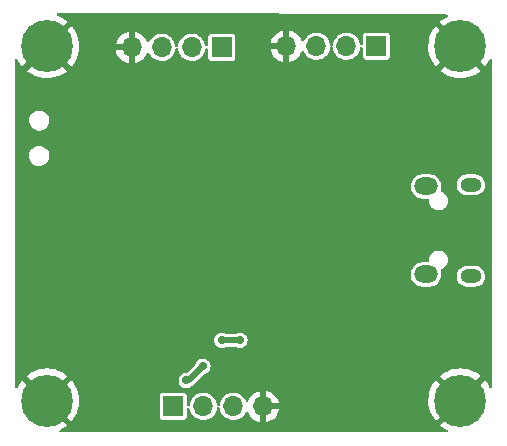
<source format=gbr>
%TF.GenerationSoftware,KiCad,Pcbnew,(6.0.5)*%
%TF.CreationDate,2023-02-15T13:04:29-08:00*%
%TF.ProjectId,STM32tut,53544d33-3274-4757-942e-6b696361645f,rev?*%
%TF.SameCoordinates,Original*%
%TF.FileFunction,Copper,L2,Bot*%
%TF.FilePolarity,Positive*%
%FSLAX46Y46*%
G04 Gerber Fmt 4.6, Leading zero omitted, Abs format (unit mm)*
G04 Created by KiCad (PCBNEW (6.0.5)) date 2023-02-15 13:04:29*
%MOMM*%
%LPD*%
G01*
G04 APERTURE LIST*
%TA.AperFunction,ComponentPad*%
%ADD10R,1.700000X1.700000*%
%TD*%
%TA.AperFunction,ComponentPad*%
%ADD11O,1.700000X1.700000*%
%TD*%
%TA.AperFunction,ComponentPad*%
%ADD12C,4.400000*%
%TD*%
%TA.AperFunction,ComponentPad*%
%ADD13O,1.800000X1.150000*%
%TD*%
%TA.AperFunction,ComponentPad*%
%ADD14O,2.000000X1.450000*%
%TD*%
%TA.AperFunction,ViaPad*%
%ADD15C,0.700000*%
%TD*%
%TA.AperFunction,Conductor*%
%ADD16C,0.500000*%
%TD*%
G04 APERTURE END LIST*
D10*
%TO.P,J1,1,Pin_1*%
%TO.N,+3V3*%
X134800000Y-65100000D03*
D11*
%TO.P,J1,2,Pin_2*%
%TO.N,/UART1_TX*%
X132260000Y-65100000D03*
%TO.P,J1,3,Pin_3*%
%TO.N,/UART1_RX*%
X129720000Y-65100000D03*
%TO.P,J1,4,Pin_4*%
%TO.N,GND*%
X127180000Y-65100000D03*
%TD*%
D12*
%TO.P,H4,1,1*%
%TO.N,GND*%
X155000000Y-95000000D03*
%TD*%
D10*
%TO.P,J2,1,Pin_1*%
%TO.N,+3V3*%
X130700000Y-95500000D03*
D11*
%TO.P,J2,2,Pin_2*%
%TO.N,/I2C2_SCL*%
X133240000Y-95500000D03*
%TO.P,J2,3,Pin_3*%
%TO.N,/I2C2_SDA*%
X135780000Y-95500000D03*
%TO.P,J2,4,Pin_4*%
%TO.N,GND*%
X138320000Y-95500000D03*
%TD*%
D10*
%TO.P,J3,1,Pin_1*%
%TO.N,+3V3*%
X147900000Y-65000000D03*
D11*
%TO.P,J3,2,Pin_2*%
%TO.N,/SWDIO*%
X145360000Y-65000000D03*
%TO.P,J3,3,Pin_3*%
%TO.N,/SWCLK*%
X142820000Y-65000000D03*
%TO.P,J3,4,Pin_4*%
%TO.N,GND*%
X140280000Y-65000000D03*
%TD*%
D12*
%TO.P,H1,1,1*%
%TO.N,GND*%
X155000000Y-65000000D03*
%TD*%
%TO.P,H2,1,1*%
%TO.N,GND*%
X120000000Y-65000000D03*
%TD*%
D13*
%TO.P,J4,6,Shield*%
%TO.N,unconnected-(J4-Pad6)*%
X155895000Y-76725000D03*
D14*
X152095000Y-76875000D03*
X152095000Y-84325000D03*
D13*
X155895000Y-84475000D03*
%TD*%
D12*
%TO.P,H3,1,1*%
%TO.N,GND*%
X120000000Y-95000000D03*
%TD*%
D15*
%TO.N,GND*%
X150200000Y-79300000D03*
X141600000Y-79900000D03*
X122800000Y-70500000D03*
X121900000Y-78700000D03*
X119300000Y-85400000D03*
%TO.N,+3V3*%
X131800000Y-93300000D03*
X133200000Y-92100000D03*
X134800000Y-89900000D03*
X136337000Y-89900000D03*
%TO.N,GND*%
X145400000Y-95500000D03*
X145600000Y-83800000D03*
X145600000Y-84700000D03*
X151000000Y-88800000D03*
X147300000Y-88500000D03*
X146200000Y-88500000D03*
X124000000Y-79000000D03*
X125200000Y-82800000D03*
X132500000Y-79200000D03*
X124700000Y-88900000D03*
X123400000Y-85700000D03*
X131700000Y-83400000D03*
X136700000Y-84800000D03*
X132100000Y-87900000D03*
X128100000Y-76100000D03*
%TD*%
D16*
%TO.N,+3V3*%
X132000000Y-93300000D02*
X131800000Y-93300000D01*
X133200000Y-92100000D02*
X132000000Y-93300000D01*
X136337000Y-89900000D02*
X134800000Y-89900000D01*
%TD*%
%TA.AperFunction,Conductor*%
%TO.N,GND*%
G36*
X125666622Y-62216691D02*
G01*
X153820156Y-62297130D01*
X153888218Y-62317326D01*
X153934558Y-62371114D01*
X153944461Y-62441417D01*
X153914783Y-62505913D01*
X153870743Y-62538369D01*
X153759176Y-62587693D01*
X153752445Y-62591167D01*
X153478355Y-62754233D01*
X153472091Y-62758490D01*
X153286385Y-62901762D01*
X153277917Y-62913423D01*
X153284520Y-62925309D01*
X155000000Y-64640790D01*
X157073287Y-66714076D01*
X157086407Y-66721240D01*
X157096710Y-66713850D01*
X157200751Y-66586055D01*
X157205164Y-66579914D01*
X157375349Y-66310187D01*
X157379005Y-66303536D01*
X157459633Y-66133350D01*
X157506874Y-66080352D01*
X157575269Y-66061308D01*
X157643102Y-66082265D01*
X157688837Y-66136568D01*
X157699500Y-66187296D01*
X157699500Y-93812661D01*
X157679498Y-93880782D01*
X157625842Y-93927275D01*
X157555568Y-93937379D01*
X157490988Y-93907885D01*
X157458528Y-93864211D01*
X157405781Y-93746570D01*
X157402264Y-93739843D01*
X157237771Y-93466621D01*
X157233481Y-93460377D01*
X157097991Y-93286647D01*
X157086199Y-93278178D01*
X157074486Y-93284725D01*
X155000000Y-95359210D01*
X153285816Y-97073395D01*
X153278703Y-97086422D01*
X153286229Y-97096855D01*
X153425483Y-97209020D01*
X153431657Y-97213408D01*
X153702271Y-97382178D01*
X153708931Y-97385794D01*
X153866317Y-97459352D01*
X153919561Y-97506315D01*
X153938962Y-97574610D01*
X153918361Y-97642552D01*
X153864298Y-97688570D01*
X153812967Y-97699500D01*
X121189441Y-97699500D01*
X121121320Y-97679498D01*
X121074827Y-97625842D01*
X121064723Y-97555568D01*
X121094217Y-97490988D01*
X121139703Y-97457732D01*
X121215496Y-97425169D01*
X121222263Y-97421765D01*
X121498042Y-97261580D01*
X121504349Y-97257390D01*
X121714305Y-97098889D01*
X121722761Y-97087496D01*
X121716045Y-97075256D01*
X119641921Y-95001131D01*
X120364408Y-95001131D01*
X120364539Y-95002966D01*
X120368790Y-95009580D01*
X122073285Y-96714074D01*
X122086408Y-96721240D01*
X122096709Y-96713851D01*
X122200751Y-96586055D01*
X122205164Y-96579914D01*
X122322059Y-96394646D01*
X129549500Y-96394646D01*
X129552618Y-96420846D01*
X129598061Y-96523153D01*
X129606294Y-96531372D01*
X129606295Y-96531373D01*
X129632363Y-96557395D01*
X129677287Y-96602241D01*
X129687924Y-96606944D01*
X129687926Y-96606945D01*
X129725382Y-96623504D01*
X129779673Y-96647506D01*
X129805354Y-96650500D01*
X131594646Y-96650500D01*
X131598350Y-96650059D01*
X131598353Y-96650059D01*
X131605746Y-96649179D01*
X131620846Y-96647382D01*
X131723153Y-96601939D01*
X131739010Y-96586055D01*
X131794023Y-96530945D01*
X131802241Y-96522713D01*
X131807922Y-96509865D01*
X131833265Y-96452538D01*
X131847506Y-96420327D01*
X131850500Y-96394646D01*
X131850500Y-95710673D01*
X131870502Y-95642552D01*
X131924158Y-95596059D01*
X131994432Y-95585955D01*
X132059012Y-95615449D01*
X132097396Y-95675175D01*
X132098658Y-95680784D01*
X132098796Y-95680749D01*
X132150845Y-95885690D01*
X132153262Y-95890933D01*
X132210612Y-96015335D01*
X132239369Y-96077714D01*
X132361405Y-96250391D01*
X132365539Y-96254418D01*
X132505727Y-96390983D01*
X132512865Y-96397937D01*
X132517661Y-96401142D01*
X132517664Y-96401144D01*
X132620216Y-96469667D01*
X132688677Y-96515411D01*
X132693985Y-96517692D01*
X132693986Y-96517692D01*
X132877650Y-96596600D01*
X132877653Y-96596601D01*
X132882953Y-96598878D01*
X132888582Y-96600152D01*
X132888583Y-96600152D01*
X133083550Y-96644269D01*
X133083553Y-96644269D01*
X133089186Y-96645544D01*
X133094957Y-96645771D01*
X133094959Y-96645771D01*
X133156989Y-96648208D01*
X133300470Y-96653846D01*
X133306179Y-96653018D01*
X133306183Y-96653018D01*
X133504015Y-96624333D01*
X133504019Y-96624332D01*
X133509730Y-96623504D01*
X133596579Y-96594023D01*
X133704483Y-96557395D01*
X133704488Y-96557393D01*
X133709955Y-96555537D01*
X133714998Y-96552713D01*
X133889395Y-96455046D01*
X133889399Y-96455043D01*
X133894442Y-96452219D01*
X134057012Y-96317012D01*
X134192219Y-96154442D01*
X134195043Y-96149399D01*
X134195046Y-96149395D01*
X134292713Y-95974998D01*
X134292714Y-95974996D01*
X134295537Y-95969955D01*
X134297393Y-95964488D01*
X134297395Y-95964483D01*
X134361647Y-95775200D01*
X134363504Y-95769730D01*
X134364333Y-95764015D01*
X134385090Y-95620860D01*
X134414660Y-95556315D01*
X134474432Y-95518003D01*
X134545429Y-95518087D01*
X134605109Y-95556542D01*
X134634525Y-95621158D01*
X134635515Y-95630695D01*
X134638796Y-95680749D01*
X134640217Y-95686345D01*
X134640218Y-95686350D01*
X134674736Y-95822262D01*
X134690845Y-95885690D01*
X134693262Y-95890933D01*
X134750612Y-96015335D01*
X134779369Y-96077714D01*
X134901405Y-96250391D01*
X134905539Y-96254418D01*
X135045727Y-96390983D01*
X135052865Y-96397937D01*
X135057661Y-96401142D01*
X135057664Y-96401144D01*
X135160216Y-96469667D01*
X135228677Y-96515411D01*
X135233985Y-96517692D01*
X135233986Y-96517692D01*
X135417650Y-96596600D01*
X135417653Y-96596601D01*
X135422953Y-96598878D01*
X135428582Y-96600152D01*
X135428583Y-96600152D01*
X135623550Y-96644269D01*
X135623553Y-96644269D01*
X135629186Y-96645544D01*
X135634957Y-96645771D01*
X135634959Y-96645771D01*
X135696989Y-96648208D01*
X135840470Y-96653846D01*
X135846179Y-96653018D01*
X135846183Y-96653018D01*
X136044015Y-96624333D01*
X136044019Y-96624332D01*
X136049730Y-96623504D01*
X136136579Y-96594023D01*
X136244483Y-96557395D01*
X136244488Y-96557393D01*
X136249955Y-96555537D01*
X136254998Y-96552713D01*
X136429395Y-96455046D01*
X136429399Y-96455043D01*
X136434442Y-96452219D01*
X136597012Y-96317012D01*
X136732219Y-96154442D01*
X136828931Y-95981751D01*
X136879667Y-95932091D01*
X136949198Y-95917744D01*
X137015449Y-95943265D01*
X137055607Y-95995915D01*
X137101770Y-96109603D01*
X137106413Y-96118794D01*
X137217694Y-96300388D01*
X137223777Y-96308699D01*
X137363213Y-96469667D01*
X137370580Y-96476883D01*
X137534434Y-96612916D01*
X137542881Y-96618831D01*
X137726756Y-96726279D01*
X137736042Y-96730729D01*
X137935001Y-96806703D01*
X137944899Y-96809579D01*
X138048250Y-96830606D01*
X138062299Y-96829410D01*
X138066000Y-96819065D01*
X138066000Y-96818517D01*
X138574000Y-96818517D01*
X138578064Y-96832359D01*
X138591478Y-96834393D01*
X138598184Y-96833534D01*
X138608262Y-96831392D01*
X138812255Y-96770191D01*
X138821842Y-96766433D01*
X139013095Y-96672739D01*
X139021945Y-96667464D01*
X139195328Y-96543792D01*
X139203200Y-96537139D01*
X139354052Y-96386812D01*
X139360730Y-96378965D01*
X139485003Y-96206020D01*
X139490313Y-96197183D01*
X139584670Y-96006267D01*
X139588469Y-95996672D01*
X139650377Y-95792910D01*
X139652555Y-95782837D01*
X139653986Y-95771962D01*
X139651775Y-95757778D01*
X139638617Y-95754000D01*
X138592115Y-95754000D01*
X138576876Y-95758475D01*
X138575671Y-95759865D01*
X138574000Y-95767548D01*
X138574000Y-96818517D01*
X138066000Y-96818517D01*
X138066000Y-95227885D01*
X138574000Y-95227885D01*
X138578475Y-95243124D01*
X138579865Y-95244329D01*
X138587548Y-95246000D01*
X139638344Y-95246000D01*
X139651875Y-95242027D01*
X139653180Y-95232947D01*
X139611214Y-95065875D01*
X139607894Y-95056124D01*
X139572787Y-94975383D01*
X152287388Y-94975383D01*
X152303245Y-95293914D01*
X152304076Y-95301443D01*
X152358085Y-95615759D01*
X152359818Y-95623146D01*
X152451196Y-95928695D01*
X152453799Y-95935808D01*
X152581227Y-96228173D01*
X152584669Y-96234929D01*
X152746296Y-96509865D01*
X152750519Y-96516150D01*
X152901463Y-96713934D01*
X152912989Y-96722396D01*
X152925054Y-96715735D01*
X154627980Y-95012810D01*
X154635592Y-94998869D01*
X154635461Y-94997034D01*
X154631210Y-94990420D01*
X152926445Y-93285656D01*
X152913510Y-93278592D01*
X152902949Y-93286252D01*
X152782766Y-93437072D01*
X152778410Y-93443270D01*
X152611059Y-93714764D01*
X152607479Y-93721440D01*
X152473956Y-94011074D01*
X152471206Y-94018125D01*
X152373444Y-94321708D01*
X152371561Y-94329041D01*
X152310979Y-94642170D01*
X152309992Y-94649670D01*
X152287467Y-94967802D01*
X152287388Y-94975383D01*
X139572787Y-94975383D01*
X139522972Y-94860814D01*
X139518105Y-94851739D01*
X139402426Y-94672926D01*
X139396136Y-94664757D01*
X139252806Y-94507240D01*
X139245273Y-94500215D01*
X139078139Y-94368222D01*
X139069552Y-94362517D01*
X138883117Y-94259599D01*
X138873705Y-94255369D01*
X138672959Y-94184280D01*
X138662988Y-94181646D01*
X138591837Y-94168972D01*
X138578540Y-94170432D01*
X138574000Y-94184989D01*
X138574000Y-95227885D01*
X138066000Y-95227885D01*
X138066000Y-94183102D01*
X138062082Y-94169758D01*
X138047806Y-94167771D01*
X138009324Y-94173660D01*
X137999288Y-94176051D01*
X137796868Y-94242212D01*
X137787359Y-94246209D01*
X137598463Y-94344542D01*
X137589738Y-94350036D01*
X137419433Y-94477905D01*
X137411726Y-94484748D01*
X137264590Y-94638717D01*
X137258104Y-94646727D01*
X137138098Y-94822649D01*
X137133000Y-94831623D01*
X137050033Y-95010360D01*
X137003209Y-95063727D01*
X136934965Y-95083308D01*
X136866970Y-95062884D01*
X136822739Y-95013038D01*
X136767721Y-94901473D01*
X136767719Y-94901469D01*
X136765165Y-94896290D01*
X136638651Y-94726867D01*
X136511236Y-94609086D01*
X136487622Y-94587257D01*
X136487620Y-94587255D01*
X136483381Y-94583337D01*
X136351641Y-94500215D01*
X136309434Y-94473584D01*
X136309433Y-94473584D01*
X136304554Y-94470505D01*
X136108160Y-94392152D01*
X136102503Y-94391027D01*
X136102497Y-94391025D01*
X135906442Y-94352028D01*
X135906440Y-94352028D01*
X135900775Y-94350901D01*
X135895000Y-94350825D01*
X135894996Y-94350825D01*
X135788976Y-94349437D01*
X135689346Y-94348133D01*
X135683649Y-94349112D01*
X135683648Y-94349112D01*
X135486650Y-94382962D01*
X135486649Y-94382962D01*
X135480953Y-94383941D01*
X135282575Y-94457127D01*
X135277614Y-94460079D01*
X135277613Y-94460079D01*
X135231553Y-94487482D01*
X135100856Y-94565238D01*
X134941881Y-94704655D01*
X134810976Y-94870708D01*
X134808287Y-94875819D01*
X134808285Y-94875822D01*
X134791814Y-94907129D01*
X134712523Y-95057836D01*
X134649820Y-95259773D01*
X134649141Y-95265510D01*
X134635088Y-95384239D01*
X134607217Y-95449537D01*
X134548469Y-95489401D01*
X134477494Y-95491174D01*
X134416828Y-95454295D01*
X134385730Y-95390471D01*
X134384490Y-95380958D01*
X134381230Y-95345470D01*
X134376081Y-95289440D01*
X134363359Y-95244329D01*
X134320255Y-95091496D01*
X134318686Y-95085931D01*
X134308796Y-95065875D01*
X134227719Y-94901469D01*
X134225165Y-94896290D01*
X134098651Y-94726867D01*
X133971236Y-94609086D01*
X133947622Y-94587257D01*
X133947620Y-94587255D01*
X133943381Y-94583337D01*
X133811641Y-94500215D01*
X133769434Y-94473584D01*
X133769433Y-94473584D01*
X133764554Y-94470505D01*
X133568160Y-94392152D01*
X133562503Y-94391027D01*
X133562497Y-94391025D01*
X133366442Y-94352028D01*
X133366440Y-94352028D01*
X133360775Y-94350901D01*
X133355000Y-94350825D01*
X133354996Y-94350825D01*
X133248976Y-94349437D01*
X133149346Y-94348133D01*
X133143649Y-94349112D01*
X133143648Y-94349112D01*
X132946650Y-94382962D01*
X132946649Y-94382962D01*
X132940953Y-94383941D01*
X132742575Y-94457127D01*
X132737614Y-94460079D01*
X132737613Y-94460079D01*
X132691553Y-94487482D01*
X132560856Y-94565238D01*
X132401881Y-94704655D01*
X132270976Y-94870708D01*
X132268287Y-94875819D01*
X132268285Y-94875822D01*
X132251814Y-94907129D01*
X132172523Y-95057836D01*
X132109820Y-95259773D01*
X132109141Y-95265510D01*
X132101627Y-95328995D01*
X132073756Y-95394292D01*
X132015008Y-95434156D01*
X131944034Y-95435930D01*
X131883367Y-95399051D01*
X131852269Y-95335227D01*
X131850500Y-95314185D01*
X131850500Y-94605354D01*
X131847382Y-94579154D01*
X131801939Y-94476847D01*
X131793444Y-94468366D01*
X131730945Y-94405977D01*
X131722713Y-94397759D01*
X131712076Y-94393056D01*
X131712074Y-94393055D01*
X131642998Y-94362517D01*
X131620327Y-94352494D01*
X131594646Y-94349500D01*
X129805354Y-94349500D01*
X129801650Y-94349941D01*
X129801647Y-94349941D01*
X129794254Y-94350821D01*
X129779154Y-94352618D01*
X129770514Y-94356456D01*
X129770513Y-94356456D01*
X129704131Y-94385942D01*
X129676847Y-94398061D01*
X129597759Y-94477287D01*
X129593056Y-94487924D01*
X129593055Y-94487926D01*
X129566735Y-94547462D01*
X129552494Y-94579673D01*
X129549500Y-94605354D01*
X129549500Y-96394646D01*
X122322059Y-96394646D01*
X122375349Y-96310187D01*
X122379005Y-96303536D01*
X122515544Y-96015335D01*
X122518375Y-96008295D01*
X122619306Y-95705767D01*
X122621270Y-95698433D01*
X122685122Y-95385989D01*
X122686194Y-95378465D01*
X122712173Y-95059051D01*
X122712378Y-95054576D01*
X122712927Y-95002221D01*
X122712817Y-94997789D01*
X122693529Y-94677853D01*
X122692621Y-94670351D01*
X122635319Y-94356593D01*
X122633518Y-94349260D01*
X122538935Y-94044655D01*
X122536263Y-94037583D01*
X122405781Y-93746570D01*
X122402264Y-93739843D01*
X122237771Y-93466621D01*
X122233481Y-93460377D01*
X122103053Y-93293138D01*
X131144758Y-93293138D01*
X131162035Y-93449633D01*
X131216143Y-93597490D01*
X131303958Y-93728172D01*
X131420410Y-93834135D01*
X131427085Y-93837759D01*
X131552099Y-93905637D01*
X131552101Y-93905638D01*
X131558776Y-93909262D01*
X131566125Y-93911190D01*
X131703719Y-93947287D01*
X131703721Y-93947287D01*
X131711069Y-93949215D01*
X131794380Y-93950524D01*
X131860898Y-93951569D01*
X131860901Y-93951569D01*
X131868495Y-93951688D01*
X132021968Y-93916538D01*
X132130248Y-93862079D01*
X132155840Y-93849208D01*
X132155843Y-93849206D01*
X132162625Y-93845795D01*
X132168400Y-93840862D01*
X132168404Y-93840860D01*
X132176493Y-93833952D01*
X132199843Y-93820056D01*
X132199135Y-93818769D01*
X132237268Y-93797805D01*
X132247913Y-93792589D01*
X132287855Y-93775305D01*
X132299541Y-93765842D01*
X132318126Y-93753354D01*
X132325518Y-93749290D01*
X132331308Y-93746107D01*
X132339422Y-93739103D01*
X132363958Y-93714567D01*
X132373759Y-93705742D01*
X132398392Y-93685794D01*
X132398393Y-93685793D01*
X132405070Y-93680386D01*
X132410043Y-93673388D01*
X132410048Y-93673383D01*
X132415968Y-93665052D01*
X132429579Y-93648946D01*
X133165102Y-92913423D01*
X153277917Y-92913423D01*
X153284520Y-92925309D01*
X154987190Y-94627980D01*
X155001131Y-94635592D01*
X155002966Y-94635461D01*
X155009580Y-94631210D01*
X156714559Y-92926230D01*
X156721571Y-92913389D01*
X156713777Y-92902701D01*
X156551298Y-92774613D01*
X156545075Y-92770288D01*
X156272702Y-92604357D01*
X156266025Y-92600822D01*
X155975686Y-92468813D01*
X155968616Y-92466099D01*
X155664537Y-92369932D01*
X155657186Y-92368085D01*
X155343746Y-92309142D01*
X155336237Y-92308194D01*
X155017989Y-92287335D01*
X155010424Y-92287295D01*
X154691964Y-92304821D01*
X154684450Y-92305690D01*
X154370405Y-92361348D01*
X154363044Y-92363115D01*
X154057980Y-92456092D01*
X154050860Y-92458740D01*
X153759182Y-92587690D01*
X153752445Y-92591167D01*
X153478355Y-92754233D01*
X153472091Y-92758490D01*
X153286385Y-92901762D01*
X153277917Y-92913423D01*
X133165102Y-92913423D01*
X133318535Y-92759990D01*
X133379499Y-92726265D01*
X133385763Y-92724830D01*
X133421968Y-92716538D01*
X133562625Y-92645795D01*
X133615282Y-92600822D01*
X133676574Y-92548474D01*
X133676576Y-92548471D01*
X133682348Y-92543542D01*
X133774224Y-92415683D01*
X133832950Y-92269598D01*
X133855134Y-92113723D01*
X133855278Y-92100000D01*
X133836363Y-91943694D01*
X133780710Y-91796412D01*
X133691531Y-91666657D01*
X133644971Y-91625174D01*
X133579648Y-91566972D01*
X133579645Y-91566970D01*
X133573976Y-91561919D01*
X133434831Y-91488245D01*
X133418122Y-91484048D01*
X133289498Y-91451740D01*
X133289496Y-91451740D01*
X133282128Y-91449889D01*
X133274530Y-91449849D01*
X133274528Y-91449849D01*
X133207319Y-91449497D01*
X133124684Y-91449065D01*
X133117305Y-91450837D01*
X133117301Y-91450837D01*
X132978967Y-91484048D01*
X132978963Y-91484049D01*
X132971588Y-91485820D01*
X132831679Y-91558032D01*
X132825957Y-91563024D01*
X132825955Y-91563025D01*
X132718759Y-91656538D01*
X132718756Y-91656541D01*
X132713034Y-91661533D01*
X132622501Y-91790348D01*
X132565309Y-91937039D01*
X132563792Y-91936448D01*
X132535596Y-91985879D01*
X131908820Y-92612656D01*
X131846507Y-92646681D01*
X131819066Y-92649559D01*
X131724684Y-92649065D01*
X131717305Y-92650837D01*
X131717301Y-92650837D01*
X131578967Y-92684048D01*
X131578963Y-92684049D01*
X131571588Y-92685820D01*
X131431679Y-92758032D01*
X131425957Y-92763024D01*
X131425955Y-92763025D01*
X131318759Y-92856538D01*
X131318756Y-92856541D01*
X131313034Y-92861533D01*
X131222501Y-92990348D01*
X131165309Y-93137039D01*
X131164318Y-93144568D01*
X131145866Y-93284725D01*
X131144758Y-93293138D01*
X122103053Y-93293138D01*
X122097991Y-93286647D01*
X122086199Y-93278178D01*
X122074486Y-93284725D01*
X120372020Y-94987190D01*
X120364408Y-95001131D01*
X119641921Y-95001131D01*
X119640790Y-95000000D01*
X117926443Y-93285654D01*
X117913511Y-93278592D01*
X117902948Y-93286253D01*
X117782766Y-93437072D01*
X117778410Y-93443270D01*
X117611059Y-93714764D01*
X117607479Y-93721440D01*
X117542644Y-93862079D01*
X117495960Y-93915568D01*
X117427769Y-93935327D01*
X117359720Y-93915082D01*
X117313418Y-93861261D01*
X117302218Y-93809335D01*
X117302165Y-92913423D01*
X118277917Y-92913423D01*
X118284520Y-92925309D01*
X119987190Y-94627980D01*
X120001131Y-94635592D01*
X120002966Y-94635461D01*
X120009580Y-94631210D01*
X121714559Y-92926230D01*
X121721571Y-92913389D01*
X121713777Y-92902701D01*
X121551298Y-92774613D01*
X121545075Y-92770288D01*
X121272702Y-92604357D01*
X121266025Y-92600822D01*
X120975686Y-92468813D01*
X120968616Y-92466099D01*
X120664537Y-92369932D01*
X120657186Y-92368085D01*
X120343746Y-92309142D01*
X120336237Y-92308194D01*
X120017989Y-92287335D01*
X120010424Y-92287295D01*
X119691964Y-92304821D01*
X119684450Y-92305690D01*
X119370405Y-92361348D01*
X119363044Y-92363115D01*
X119057980Y-92456092D01*
X119050860Y-92458740D01*
X118759182Y-92587690D01*
X118752445Y-92591167D01*
X118478355Y-92754233D01*
X118472091Y-92758490D01*
X118286385Y-92901762D01*
X118277917Y-92913423D01*
X117302165Y-92913423D01*
X117301986Y-89893138D01*
X134144758Y-89893138D01*
X134162035Y-90049633D01*
X134216143Y-90197490D01*
X134220380Y-90203796D01*
X134220382Y-90203799D01*
X134260709Y-90263811D01*
X134303958Y-90328172D01*
X134420410Y-90434135D01*
X134478672Y-90465769D01*
X134552099Y-90505637D01*
X134552101Y-90505638D01*
X134558776Y-90509262D01*
X134566125Y-90511190D01*
X134703719Y-90547287D01*
X134703721Y-90547287D01*
X134711069Y-90549215D01*
X134794380Y-90550524D01*
X134860898Y-90551569D01*
X134860901Y-90551569D01*
X134868495Y-90551688D01*
X135021968Y-90516538D01*
X135126558Y-90463935D01*
X135183171Y-90450500D01*
X135955550Y-90450500D01*
X136015672Y-90465769D01*
X136089099Y-90505637D01*
X136089101Y-90505638D01*
X136095776Y-90509262D01*
X136103125Y-90511190D01*
X136240719Y-90547287D01*
X136240721Y-90547287D01*
X136248069Y-90549215D01*
X136331380Y-90550524D01*
X136397898Y-90551569D01*
X136397901Y-90551569D01*
X136405495Y-90551688D01*
X136558968Y-90516538D01*
X136699625Y-90445795D01*
X136725869Y-90423381D01*
X136813574Y-90348474D01*
X136813576Y-90348471D01*
X136819348Y-90343542D01*
X136911224Y-90215683D01*
X136969950Y-90069598D01*
X136992134Y-89913723D01*
X136992278Y-89900000D01*
X136973363Y-89743694D01*
X136917710Y-89596412D01*
X136828531Y-89466657D01*
X136781971Y-89425174D01*
X136716648Y-89366972D01*
X136716645Y-89366970D01*
X136710976Y-89361919D01*
X136571831Y-89288245D01*
X136555122Y-89284048D01*
X136426498Y-89251740D01*
X136426496Y-89251740D01*
X136419128Y-89249889D01*
X136411530Y-89249849D01*
X136411528Y-89249849D01*
X136344319Y-89249497D01*
X136261684Y-89249065D01*
X136254305Y-89250837D01*
X136254301Y-89250837D01*
X136115967Y-89284048D01*
X136115963Y-89284049D01*
X136108588Y-89285820D01*
X136101843Y-89289301D01*
X136101844Y-89289301D01*
X136012400Y-89335466D01*
X135954610Y-89349500D01*
X135181819Y-89349500D01*
X135122860Y-89334854D01*
X135041544Y-89291799D01*
X135041541Y-89291798D01*
X135034831Y-89288245D01*
X135018122Y-89284048D01*
X134889498Y-89251740D01*
X134889496Y-89251740D01*
X134882128Y-89249889D01*
X134874530Y-89249849D01*
X134874528Y-89249849D01*
X134807319Y-89249497D01*
X134724684Y-89249065D01*
X134717305Y-89250837D01*
X134717301Y-89250837D01*
X134578967Y-89284048D01*
X134578963Y-89284049D01*
X134571588Y-89285820D01*
X134564843Y-89289301D01*
X134564844Y-89289301D01*
X134448210Y-89349500D01*
X134431679Y-89358032D01*
X134425957Y-89363024D01*
X134425955Y-89363025D01*
X134318759Y-89456538D01*
X134318756Y-89456541D01*
X134313034Y-89461533D01*
X134222501Y-89590348D01*
X134165309Y-89737039D01*
X134144758Y-89893138D01*
X117301986Y-89893138D01*
X117301655Y-84317806D01*
X150789563Y-84317806D01*
X150791055Y-84334199D01*
X150800016Y-84432661D01*
X150807790Y-84518089D01*
X150809528Y-84523995D01*
X150809529Y-84523999D01*
X150834543Y-84608988D01*
X150864572Y-84711018D01*
X150957746Y-84889243D01*
X151083763Y-85045976D01*
X151237823Y-85175248D01*
X151243215Y-85178212D01*
X151243219Y-85178215D01*
X151339543Y-85231169D01*
X151414058Y-85272134D01*
X151419925Y-85273995D01*
X151419927Y-85273996D01*
X151529259Y-85308678D01*
X151605755Y-85332944D01*
X151762268Y-85350500D01*
X152420606Y-85350500D01*
X152570151Y-85335837D01*
X152762679Y-85277710D01*
X152855630Y-85228287D01*
X152934803Y-85186190D01*
X152934805Y-85186189D01*
X152940249Y-85183294D01*
X152998135Y-85136083D01*
X153091324Y-85060081D01*
X153091327Y-85060078D01*
X153096099Y-85056186D01*
X153101269Y-85049937D01*
X153220363Y-84905977D01*
X153220365Y-84905974D01*
X153224292Y-84901227D01*
X153319945Y-84724320D01*
X153379415Y-84532203D01*
X153380899Y-84518089D01*
X153390595Y-84425840D01*
X154690711Y-84425840D01*
X154691068Y-84432656D01*
X154691068Y-84432661D01*
X154696594Y-84538090D01*
X154700667Y-84615801D01*
X154751181Y-84799193D01*
X154839898Y-84967460D01*
X154962678Y-85112751D01*
X154968102Y-85116898D01*
X154968103Y-85116899D01*
X155108372Y-85224143D01*
X155108376Y-85224146D01*
X155113793Y-85228287D01*
X155286193Y-85308678D01*
X155368721Y-85327125D01*
X155466790Y-85349047D01*
X155466796Y-85349048D01*
X155471834Y-85350174D01*
X155477665Y-85350500D01*
X156267517Y-85350500D01*
X156409109Y-85335118D01*
X156589396Y-85274445D01*
X156752447Y-85176474D01*
X156890658Y-85045775D01*
X156940335Y-84972677D01*
X156993744Y-84894088D01*
X156993745Y-84894086D01*
X156997578Y-84888446D01*
X157030862Y-84805232D01*
X157065685Y-84718168D01*
X157065686Y-84718166D01*
X157068221Y-84711827D01*
X157096983Y-84538090D01*
X157098174Y-84530897D01*
X157098174Y-84530894D01*
X157099289Y-84524160D01*
X157098650Y-84511950D01*
X157089690Y-84341012D01*
X157089333Y-84334199D01*
X157038819Y-84150807D01*
X156950102Y-83982540D01*
X156827322Y-83837249D01*
X156816274Y-83828802D01*
X156681628Y-83725857D01*
X156681624Y-83725854D01*
X156676207Y-83721713D01*
X156503807Y-83641322D01*
X156421279Y-83622875D01*
X156323210Y-83600953D01*
X156323204Y-83600952D01*
X156318166Y-83599826D01*
X156312335Y-83599500D01*
X155522483Y-83599500D01*
X155380891Y-83614882D01*
X155200604Y-83675555D01*
X155037553Y-83773526D01*
X154964654Y-83842463D01*
X154919095Y-83885546D01*
X154899342Y-83904225D01*
X154895507Y-83909868D01*
X154846120Y-83982540D01*
X154792422Y-84061554D01*
X154789890Y-84067883D01*
X154789889Y-84067886D01*
X154756723Y-84150807D01*
X154721779Y-84238173D01*
X154690711Y-84425840D01*
X153390595Y-84425840D01*
X153399793Y-84338322D01*
X153399793Y-84338321D01*
X153400437Y-84332194D01*
X153382210Y-84131911D01*
X153376324Y-84111910D01*
X153344859Y-84005002D01*
X153344814Y-83934005D01*
X153383160Y-83874255D01*
X153424295Y-83850436D01*
X153447190Y-83842463D01*
X153493073Y-83826485D01*
X153645375Y-83731316D01*
X153737499Y-83639833D01*
X153767810Y-83609733D01*
X153767813Y-83609729D01*
X153772807Y-83604770D01*
X153869037Y-83453136D01*
X153898459Y-83370509D01*
X153926919Y-83290586D01*
X153926920Y-83290581D01*
X153929281Y-83283951D01*
X153930114Y-83276965D01*
X153930115Y-83276961D01*
X153949711Y-83112617D01*
X153950545Y-83105624D01*
X153931773Y-82927017D01*
X153873897Y-82757007D01*
X153779794Y-82604045D01*
X153774868Y-82599014D01*
X153774865Y-82599011D01*
X153714024Y-82536883D01*
X153654141Y-82475732D01*
X153637413Y-82464951D01*
X153509109Y-82382265D01*
X153503183Y-82378446D01*
X153496563Y-82376037D01*
X153496560Y-82376035D01*
X153341039Y-82319430D01*
X153341036Y-82319429D01*
X153334422Y-82317022D01*
X153277692Y-82309856D01*
X153199645Y-82299996D01*
X153199642Y-82299996D01*
X153195717Y-82299500D01*
X153099845Y-82299500D01*
X152966528Y-82314454D01*
X152959875Y-82316771D01*
X152959874Y-82316771D01*
X152891549Y-82340564D01*
X152796927Y-82373515D01*
X152790953Y-82377248D01*
X152790951Y-82377249D01*
X152782924Y-82382265D01*
X152644625Y-82468684D01*
X152580635Y-82532229D01*
X152522190Y-82590267D01*
X152522187Y-82590271D01*
X152517193Y-82595230D01*
X152420963Y-82746864D01*
X152418598Y-82753506D01*
X152363081Y-82909414D01*
X152363080Y-82909419D01*
X152360719Y-82916049D01*
X152359886Y-82923035D01*
X152359885Y-82923039D01*
X152344648Y-83050823D01*
X152339455Y-83094376D01*
X152340191Y-83101379D01*
X152346387Y-83160329D01*
X152333615Y-83230168D01*
X152285113Y-83282015D01*
X152221077Y-83299500D01*
X151769394Y-83299500D01*
X151619849Y-83314163D01*
X151427321Y-83372290D01*
X151421880Y-83375183D01*
X151255197Y-83463810D01*
X151255195Y-83463811D01*
X151249751Y-83466706D01*
X151244972Y-83470604D01*
X151098676Y-83589919D01*
X151098673Y-83589922D01*
X151093901Y-83593814D01*
X151089974Y-83598561D01*
X151089972Y-83598563D01*
X150969637Y-83744023D01*
X150969635Y-83744026D01*
X150965708Y-83748773D01*
X150870055Y-83925680D01*
X150854069Y-83977323D01*
X150829742Y-84055912D01*
X150810585Y-84117797D01*
X150809941Y-84123922D01*
X150809941Y-84123923D01*
X150808456Y-84138050D01*
X150789563Y-84317806D01*
X117301655Y-84317806D01*
X117301212Y-76867806D01*
X150789563Y-76867806D01*
X150807790Y-77068089D01*
X150809528Y-77073995D01*
X150809529Y-77073999D01*
X150844654Y-77193341D01*
X150864572Y-77261018D01*
X150882743Y-77295775D01*
X150952908Y-77429988D01*
X150957746Y-77439243D01*
X151083763Y-77595976D01*
X151237823Y-77725248D01*
X151243215Y-77728212D01*
X151243219Y-77728215D01*
X151284678Y-77751007D01*
X151414058Y-77822134D01*
X151419925Y-77823995D01*
X151419927Y-77823996D01*
X151599885Y-77881082D01*
X151605755Y-77882944D01*
X151762268Y-77900500D01*
X152220656Y-77900500D01*
X152288777Y-77920502D01*
X152335270Y-77974158D01*
X152345770Y-78041418D01*
X152339455Y-78094376D01*
X152358227Y-78272983D01*
X152416103Y-78442993D01*
X152510206Y-78595955D01*
X152515132Y-78600986D01*
X152515135Y-78600989D01*
X152518838Y-78604770D01*
X152635859Y-78724268D01*
X152641784Y-78728087D01*
X152641786Y-78728088D01*
X152780891Y-78817735D01*
X152786817Y-78821554D01*
X152793437Y-78823963D01*
X152793440Y-78823965D01*
X152948961Y-78880570D01*
X152948964Y-78880571D01*
X152955578Y-78882978D01*
X152982121Y-78886331D01*
X153090355Y-78900004D01*
X153090358Y-78900004D01*
X153094283Y-78900500D01*
X153190155Y-78900500D01*
X153323472Y-78885546D01*
X153330847Y-78882978D01*
X153398451Y-78859436D01*
X153493073Y-78826485D01*
X153500965Y-78821554D01*
X153639401Y-78735049D01*
X153645375Y-78731316D01*
X153709365Y-78667771D01*
X153767810Y-78609733D01*
X153767813Y-78609729D01*
X153772807Y-78604770D01*
X153869037Y-78453136D01*
X153879643Y-78423352D01*
X153926919Y-78290586D01*
X153926920Y-78290581D01*
X153929281Y-78283951D01*
X153930114Y-78276965D01*
X153930115Y-78276961D01*
X153949711Y-78112617D01*
X153950545Y-78105624D01*
X153931773Y-77927017D01*
X153916769Y-77882944D01*
X153876168Y-77763677D01*
X153876167Y-77763674D01*
X153873897Y-77757007D01*
X153779794Y-77604045D01*
X153774868Y-77599014D01*
X153774865Y-77599011D01*
X153659465Y-77481169D01*
X153654141Y-77475732D01*
X153597522Y-77439243D01*
X153509109Y-77382265D01*
X153503183Y-77378446D01*
X153422280Y-77349000D01*
X153365111Y-77306907D01*
X153339773Y-77240586D01*
X153345012Y-77193341D01*
X153377593Y-77088090D01*
X153377594Y-77088087D01*
X153379415Y-77082203D01*
X153380899Y-77068089D01*
X153399793Y-76888322D01*
X153399793Y-76888321D01*
X153400437Y-76882194D01*
X153390605Y-76774160D01*
X153382769Y-76688050D01*
X153382768Y-76688047D01*
X153382210Y-76681911D01*
X153380424Y-76675840D01*
X154690711Y-76675840D01*
X154691068Y-76682656D01*
X154691068Y-76682661D01*
X154695864Y-76774160D01*
X154700667Y-76865801D01*
X154751181Y-77049193D01*
X154839898Y-77217460D01*
X154962678Y-77362751D01*
X154968102Y-77366898D01*
X154968103Y-77366899D01*
X155108372Y-77474143D01*
X155108376Y-77474146D01*
X155113793Y-77478287D01*
X155286193Y-77558678D01*
X155368721Y-77577125D01*
X155466790Y-77599047D01*
X155466796Y-77599048D01*
X155471834Y-77600174D01*
X155477665Y-77600500D01*
X156267517Y-77600500D01*
X156272700Y-77599937D01*
X156309161Y-77595976D01*
X156409109Y-77585118D01*
X156589396Y-77524445D01*
X156752447Y-77426474D01*
X156890658Y-77295775D01*
X156914279Y-77261018D01*
X156993744Y-77144088D01*
X156993745Y-77144086D01*
X156997578Y-77138446D01*
X157028175Y-77061950D01*
X157065685Y-76968168D01*
X157065686Y-76968166D01*
X157068221Y-76961827D01*
X157099289Y-76774160D01*
X157094494Y-76682661D01*
X157089690Y-76591012D01*
X157089333Y-76584199D01*
X157038819Y-76400807D01*
X156950102Y-76232540D01*
X156827322Y-76087249D01*
X156821897Y-76083101D01*
X156681628Y-75975857D01*
X156681624Y-75975854D01*
X156676207Y-75971713D01*
X156503807Y-75891322D01*
X156403578Y-75868918D01*
X156323210Y-75850953D01*
X156323204Y-75850952D01*
X156318166Y-75849826D01*
X156312335Y-75849500D01*
X155522483Y-75849500D01*
X155380891Y-75864882D01*
X155200604Y-75925555D01*
X155037553Y-76023526D01*
X154899342Y-76154225D01*
X154895507Y-76159868D01*
X154846120Y-76232540D01*
X154792422Y-76311554D01*
X154789890Y-76317883D01*
X154789889Y-76317886D01*
X154756723Y-76400807D01*
X154721779Y-76488173D01*
X154720664Y-76494911D01*
X154692043Y-76667797D01*
X154690711Y-76675840D01*
X153380424Y-76675840D01*
X153327167Y-76494891D01*
X153325428Y-76488982D01*
X153232254Y-76310757D01*
X153106237Y-76154024D01*
X152952177Y-76024752D01*
X152946785Y-76021788D01*
X152946781Y-76021785D01*
X152781337Y-75930832D01*
X152781338Y-75930832D01*
X152775942Y-75927866D01*
X152770075Y-75926005D01*
X152770073Y-75926004D01*
X152590115Y-75868918D01*
X152590114Y-75868918D01*
X152584245Y-75867056D01*
X152427732Y-75849500D01*
X151769394Y-75849500D01*
X151619849Y-75864163D01*
X151427321Y-75922290D01*
X151421880Y-75925183D01*
X151255197Y-76013810D01*
X151255195Y-76013811D01*
X151249751Y-76016706D01*
X151191865Y-76063917D01*
X151098676Y-76139919D01*
X151098673Y-76139922D01*
X151093901Y-76143814D01*
X151089974Y-76148561D01*
X151089972Y-76148563D01*
X150969637Y-76294023D01*
X150969635Y-76294026D01*
X150965708Y-76298773D01*
X150870055Y-76475680D01*
X150810585Y-76667797D01*
X150809941Y-76673922D01*
X150809941Y-76673923D01*
X150790490Y-76858988D01*
X150789563Y-76867806D01*
X117301212Y-76867806D01*
X117301056Y-74252244D01*
X118490819Y-74252244D01*
X118491176Y-74259061D01*
X118491176Y-74259065D01*
X118499302Y-74414111D01*
X118500490Y-74436781D01*
X118502301Y-74443354D01*
X118502301Y-74443357D01*
X118527930Y-74536402D01*
X118549562Y-74614936D01*
X118635746Y-74778398D01*
X118755020Y-74919540D01*
X118760444Y-74923687D01*
X118760445Y-74923688D01*
X118896399Y-75027633D01*
X118896403Y-75027636D01*
X118901820Y-75031777D01*
X118908000Y-75034659D01*
X118908002Y-75034660D01*
X119063120Y-75106993D01*
X119063123Y-75106994D01*
X119069297Y-75109873D01*
X119075942Y-75111358D01*
X119075947Y-75111360D01*
X119184207Y-75135558D01*
X119249637Y-75150183D01*
X119255307Y-75150500D01*
X119391164Y-75150500D01*
X119528709Y-75135558D01*
X119703848Y-75076617D01*
X119862244Y-74981443D01*
X119923318Y-74923688D01*
X119991549Y-74859165D01*
X119991551Y-74859163D01*
X119996507Y-74854476D01*
X120100375Y-74701640D01*
X120132639Y-74620975D01*
X120166466Y-74536402D01*
X120166467Y-74536397D01*
X120169000Y-74530065D01*
X120199181Y-74347756D01*
X120193823Y-74245506D01*
X120189867Y-74170032D01*
X120189510Y-74163219D01*
X120163816Y-74069935D01*
X120142251Y-73991646D01*
X120140438Y-73985064D01*
X120054254Y-73821602D01*
X119934980Y-73680460D01*
X119929555Y-73676312D01*
X119793601Y-73572367D01*
X119793597Y-73572364D01*
X119788180Y-73568223D01*
X119782000Y-73565341D01*
X119781998Y-73565340D01*
X119626880Y-73493007D01*
X119626877Y-73493006D01*
X119620703Y-73490127D01*
X119614058Y-73488642D01*
X119614053Y-73488640D01*
X119474129Y-73457365D01*
X119440363Y-73449817D01*
X119434693Y-73449500D01*
X119298836Y-73449500D01*
X119161291Y-73464442D01*
X118986152Y-73523383D01*
X118827756Y-73618557D01*
X118822796Y-73623248D01*
X118822794Y-73623249D01*
X118762296Y-73680460D01*
X118693493Y-73745524D01*
X118589625Y-73898360D01*
X118587092Y-73904694D01*
X118587090Y-73904697D01*
X118523534Y-74063598D01*
X118523533Y-74063603D01*
X118521000Y-74069935D01*
X118490819Y-74252244D01*
X117301056Y-74252244D01*
X117300878Y-71252244D01*
X118490819Y-71252244D01*
X118491176Y-71259061D01*
X118491176Y-71259065D01*
X118499302Y-71414111D01*
X118500490Y-71436781D01*
X118502301Y-71443354D01*
X118502301Y-71443357D01*
X118527930Y-71536402D01*
X118549562Y-71614936D01*
X118635746Y-71778398D01*
X118755020Y-71919540D01*
X118760444Y-71923687D01*
X118760445Y-71923688D01*
X118896399Y-72027633D01*
X118896403Y-72027636D01*
X118901820Y-72031777D01*
X118908000Y-72034659D01*
X118908002Y-72034660D01*
X119063120Y-72106993D01*
X119063123Y-72106994D01*
X119069297Y-72109873D01*
X119075942Y-72111358D01*
X119075947Y-72111360D01*
X119184207Y-72135558D01*
X119249637Y-72150183D01*
X119255307Y-72150500D01*
X119391164Y-72150500D01*
X119528709Y-72135558D01*
X119703848Y-72076617D01*
X119862244Y-71981443D01*
X119923318Y-71923688D01*
X119991549Y-71859165D01*
X119991551Y-71859163D01*
X119996507Y-71854476D01*
X120100375Y-71701640D01*
X120132639Y-71620975D01*
X120166466Y-71536402D01*
X120166467Y-71536397D01*
X120169000Y-71530065D01*
X120199181Y-71347756D01*
X120193823Y-71245506D01*
X120189867Y-71170032D01*
X120189510Y-71163219D01*
X120163816Y-71069935D01*
X120142251Y-70991646D01*
X120140438Y-70985064D01*
X120054254Y-70821602D01*
X119934980Y-70680460D01*
X119929555Y-70676312D01*
X119793601Y-70572367D01*
X119793597Y-70572364D01*
X119788180Y-70568223D01*
X119782000Y-70565341D01*
X119781998Y-70565340D01*
X119626880Y-70493007D01*
X119626877Y-70493006D01*
X119620703Y-70490127D01*
X119614058Y-70488642D01*
X119614053Y-70488640D01*
X119474129Y-70457365D01*
X119440363Y-70449817D01*
X119434693Y-70449500D01*
X119298836Y-70449500D01*
X119161291Y-70464442D01*
X118986152Y-70523383D01*
X118827756Y-70618557D01*
X118822796Y-70623248D01*
X118822794Y-70623249D01*
X118762296Y-70680460D01*
X118693493Y-70745524D01*
X118589625Y-70898360D01*
X118587092Y-70904694D01*
X118587090Y-70904697D01*
X118523534Y-71063598D01*
X118523533Y-71063603D01*
X118521000Y-71069935D01*
X118490819Y-71252244D01*
X117300878Y-71252244D01*
X117300630Y-67086423D01*
X118278703Y-67086423D01*
X118286227Y-67096854D01*
X118425483Y-67209020D01*
X118431657Y-67213408D01*
X118702271Y-67382178D01*
X118708931Y-67385794D01*
X118997852Y-67520827D01*
X119004905Y-67523620D01*
X119307970Y-67622970D01*
X119315282Y-67624888D01*
X119628092Y-67687109D01*
X119635590Y-67688137D01*
X119953610Y-67712328D01*
X119961173Y-67712446D01*
X120279785Y-67698257D01*
X120287326Y-67697465D01*
X120601924Y-67645101D01*
X120609302Y-67643411D01*
X120915355Y-67553625D01*
X120922450Y-67551071D01*
X121215496Y-67425169D01*
X121222263Y-67421765D01*
X121498042Y-67261580D01*
X121504349Y-67257390D01*
X121714305Y-67098889D01*
X121722761Y-67087496D01*
X121722172Y-67086423D01*
X153278703Y-67086423D01*
X153286227Y-67096854D01*
X153425483Y-67209020D01*
X153431657Y-67213408D01*
X153702271Y-67382178D01*
X153708931Y-67385794D01*
X153997852Y-67520827D01*
X154004905Y-67523620D01*
X154307970Y-67622970D01*
X154315282Y-67624888D01*
X154628092Y-67687109D01*
X154635590Y-67688137D01*
X154953610Y-67712328D01*
X154961173Y-67712446D01*
X155279785Y-67698257D01*
X155287326Y-67697465D01*
X155601924Y-67645101D01*
X155609302Y-67643411D01*
X155915355Y-67553625D01*
X155922450Y-67551071D01*
X156215496Y-67425169D01*
X156222263Y-67421765D01*
X156498042Y-67261580D01*
X156504349Y-67257390D01*
X156714305Y-67098889D01*
X156722761Y-67087496D01*
X156716045Y-67075256D01*
X155012810Y-65372020D01*
X154998869Y-65364408D01*
X154997034Y-65364539D01*
X154990420Y-65368790D01*
X153285818Y-67073393D01*
X153278703Y-67086423D01*
X121722172Y-67086423D01*
X121716045Y-67075256D01*
X120012810Y-65372020D01*
X119998869Y-65364408D01*
X119997034Y-65364539D01*
X119990420Y-65368790D01*
X118285818Y-67073393D01*
X118278703Y-67086423D01*
X117300630Y-67086423D01*
X117300591Y-66433534D01*
X117300576Y-66188712D01*
X117320574Y-66120591D01*
X117374227Y-66074094D01*
X117444500Y-66063986D01*
X117509083Y-66093476D01*
X117542081Y-66138361D01*
X117581223Y-66228165D01*
X117584669Y-66234929D01*
X117746296Y-66509865D01*
X117750519Y-66516150D01*
X117901463Y-66713934D01*
X117912989Y-66722396D01*
X117925054Y-66715735D01*
X119639659Y-65001131D01*
X120364408Y-65001131D01*
X120364539Y-65002966D01*
X120368790Y-65009580D01*
X122073285Y-66714074D01*
X122086408Y-66721240D01*
X122096709Y-66713851D01*
X122200751Y-66586055D01*
X122205164Y-66579914D01*
X122375349Y-66310187D01*
X122379005Y-66303536D01*
X122515544Y-66015335D01*
X122518375Y-66008295D01*
X122619306Y-65705767D01*
X122621270Y-65698433D01*
X122685122Y-65385989D01*
X122686194Y-65378465D01*
X122687048Y-65367966D01*
X125848257Y-65367966D01*
X125878565Y-65502446D01*
X125881645Y-65512275D01*
X125961770Y-65709603D01*
X125966413Y-65718794D01*
X126077694Y-65900388D01*
X126083777Y-65908699D01*
X126223213Y-66069667D01*
X126230580Y-66076883D01*
X126394434Y-66212916D01*
X126402881Y-66218831D01*
X126586756Y-66326279D01*
X126596042Y-66330729D01*
X126795001Y-66406703D01*
X126804899Y-66409579D01*
X126908250Y-66430606D01*
X126922299Y-66429410D01*
X126926000Y-66419065D01*
X126926000Y-66418517D01*
X127434000Y-66418517D01*
X127438064Y-66432359D01*
X127451478Y-66434393D01*
X127458184Y-66433534D01*
X127468262Y-66431392D01*
X127672255Y-66370191D01*
X127681842Y-66366433D01*
X127873095Y-66272739D01*
X127881945Y-66267464D01*
X128055328Y-66143792D01*
X128063200Y-66137139D01*
X128214052Y-65986812D01*
X128220730Y-65978965D01*
X128345003Y-65806020D01*
X128350313Y-65797183D01*
X128444670Y-65606267D01*
X128448019Y-65597809D01*
X128491693Y-65541836D01*
X128558696Y-65518359D01*
X128627755Y-65534835D01*
X128679597Y-65591442D01*
X128694213Y-65623146D01*
X128719369Y-65677714D01*
X128841405Y-65850391D01*
X128886834Y-65894646D01*
X128985727Y-65990983D01*
X128992865Y-65997937D01*
X128997661Y-66001142D01*
X128997664Y-66001144D01*
X129135849Y-66093476D01*
X129168677Y-66115411D01*
X129173985Y-66117692D01*
X129173986Y-66117692D01*
X129357650Y-66196600D01*
X129357653Y-66196601D01*
X129362953Y-66198878D01*
X129368582Y-66200152D01*
X129368583Y-66200152D01*
X129563550Y-66244269D01*
X129563553Y-66244269D01*
X129569186Y-66245544D01*
X129574957Y-66245771D01*
X129574959Y-66245771D01*
X129636989Y-66248208D01*
X129780470Y-66253846D01*
X129786179Y-66253018D01*
X129786183Y-66253018D01*
X129984015Y-66224333D01*
X129984019Y-66224332D01*
X129989730Y-66223504D01*
X130076579Y-66194023D01*
X130184483Y-66157395D01*
X130184488Y-66157393D01*
X130189955Y-66155537D01*
X130194998Y-66152713D01*
X130369395Y-66055046D01*
X130369399Y-66055043D01*
X130374442Y-66052219D01*
X130537012Y-65917012D01*
X130672219Y-65754442D01*
X130675043Y-65749399D01*
X130675046Y-65749395D01*
X130772713Y-65574998D01*
X130772714Y-65574996D01*
X130775537Y-65569955D01*
X130777393Y-65564488D01*
X130777395Y-65564483D01*
X130832398Y-65402446D01*
X130843504Y-65369730D01*
X130845785Y-65354000D01*
X130865090Y-65220860D01*
X130894660Y-65156315D01*
X130954432Y-65118003D01*
X131025429Y-65118087D01*
X131085109Y-65156542D01*
X131114525Y-65221158D01*
X131115515Y-65230695D01*
X131118796Y-65280749D01*
X131120217Y-65286345D01*
X131120218Y-65286350D01*
X131169424Y-65480095D01*
X131170845Y-65485690D01*
X131173262Y-65490933D01*
X131215443Y-65582430D01*
X131259369Y-65677714D01*
X131381405Y-65850391D01*
X131426834Y-65894646D01*
X131525727Y-65990983D01*
X131532865Y-65997937D01*
X131537661Y-66001142D01*
X131537664Y-66001144D01*
X131675849Y-66093476D01*
X131708677Y-66115411D01*
X131713985Y-66117692D01*
X131713986Y-66117692D01*
X131897650Y-66196600D01*
X131897653Y-66196601D01*
X131902953Y-66198878D01*
X131908582Y-66200152D01*
X131908583Y-66200152D01*
X132103550Y-66244269D01*
X132103553Y-66244269D01*
X132109186Y-66245544D01*
X132114957Y-66245771D01*
X132114959Y-66245771D01*
X132176989Y-66248208D01*
X132320470Y-66253846D01*
X132326179Y-66253018D01*
X132326183Y-66253018D01*
X132524015Y-66224333D01*
X132524019Y-66224332D01*
X132529730Y-66223504D01*
X132616579Y-66194023D01*
X132724483Y-66157395D01*
X132724488Y-66157393D01*
X132729955Y-66155537D01*
X132734998Y-66152713D01*
X132909395Y-66055046D01*
X132909399Y-66055043D01*
X132914442Y-66052219D01*
X133077012Y-65917012D01*
X133212219Y-65754442D01*
X133215043Y-65749399D01*
X133215046Y-65749395D01*
X133312713Y-65574998D01*
X133312714Y-65574996D01*
X133315537Y-65569955D01*
X133317393Y-65564488D01*
X133317395Y-65564483D01*
X133372398Y-65402446D01*
X133383504Y-65369730D01*
X133398004Y-65269730D01*
X133398804Y-65264211D01*
X133428374Y-65199665D01*
X133488146Y-65161353D01*
X133559143Y-65161437D01*
X133618823Y-65199892D01*
X133648239Y-65264508D01*
X133649500Y-65282291D01*
X133649500Y-65994646D01*
X133652618Y-66020846D01*
X133656456Y-66029486D01*
X133656456Y-66029487D01*
X133687278Y-66098878D01*
X133698061Y-66123153D01*
X133706294Y-66131372D01*
X133706295Y-66131373D01*
X133732363Y-66157395D01*
X133777287Y-66202241D01*
X133787924Y-66206944D01*
X133787926Y-66206945D01*
X133825382Y-66223504D01*
X133879673Y-66247506D01*
X133905354Y-66250500D01*
X135694646Y-66250500D01*
X135698350Y-66250059D01*
X135698353Y-66250059D01*
X135705746Y-66249179D01*
X135720846Y-66247382D01*
X135758338Y-66230729D01*
X135812518Y-66206663D01*
X135823153Y-66201939D01*
X135837771Y-66187296D01*
X135879450Y-66145544D01*
X135902241Y-66122713D01*
X135911426Y-66101939D01*
X135933265Y-66052538D01*
X135947506Y-66020327D01*
X135950500Y-65994646D01*
X135950500Y-65267966D01*
X138948257Y-65267966D01*
X138978565Y-65402446D01*
X138981645Y-65412275D01*
X139061770Y-65609603D01*
X139066413Y-65618794D01*
X139177694Y-65800388D01*
X139183777Y-65808699D01*
X139323213Y-65969667D01*
X139330580Y-65976883D01*
X139494434Y-66112916D01*
X139502881Y-66118831D01*
X139686756Y-66226279D01*
X139696042Y-66230729D01*
X139895001Y-66306703D01*
X139904899Y-66309579D01*
X140008250Y-66330606D01*
X140022299Y-66329410D01*
X140026000Y-66319065D01*
X140026000Y-66318517D01*
X140534000Y-66318517D01*
X140538064Y-66332359D01*
X140551478Y-66334393D01*
X140558184Y-66333534D01*
X140568262Y-66331392D01*
X140772255Y-66270191D01*
X140781842Y-66266433D01*
X140973095Y-66172739D01*
X140981945Y-66167464D01*
X141155328Y-66043792D01*
X141163200Y-66037139D01*
X141314052Y-65886812D01*
X141320730Y-65878965D01*
X141445003Y-65706020D01*
X141450313Y-65697183D01*
X141544670Y-65506267D01*
X141548019Y-65497809D01*
X141591693Y-65441836D01*
X141658696Y-65418359D01*
X141727755Y-65434835D01*
X141779597Y-65491442D01*
X141802829Y-65541836D01*
X141819369Y-65577714D01*
X141941405Y-65750391D01*
X141989438Y-65797183D01*
X142085727Y-65890983D01*
X142092865Y-65897937D01*
X142097661Y-65901142D01*
X142097664Y-65901144D01*
X142200216Y-65969667D01*
X142268677Y-66015411D01*
X142273985Y-66017692D01*
X142273986Y-66017692D01*
X142457650Y-66096600D01*
X142457653Y-66096601D01*
X142462953Y-66098878D01*
X142468582Y-66100152D01*
X142468583Y-66100152D01*
X142663550Y-66144269D01*
X142663553Y-66144269D01*
X142669186Y-66145544D01*
X142674957Y-66145771D01*
X142674959Y-66145771D01*
X142736989Y-66148208D01*
X142880470Y-66153846D01*
X142886179Y-66153018D01*
X142886183Y-66153018D01*
X143084015Y-66124333D01*
X143084019Y-66124332D01*
X143089730Y-66123504D01*
X143176579Y-66094023D01*
X143284483Y-66057395D01*
X143284488Y-66057393D01*
X143289955Y-66055537D01*
X143302483Y-66048521D01*
X143469395Y-65955046D01*
X143469399Y-65955043D01*
X143474442Y-65952219D01*
X143637012Y-65817012D01*
X143772219Y-65654442D01*
X143775043Y-65649399D01*
X143775046Y-65649395D01*
X143872713Y-65474998D01*
X143872714Y-65474996D01*
X143875537Y-65469955D01*
X143877393Y-65464488D01*
X143877395Y-65464483D01*
X143939240Y-65282291D01*
X143943504Y-65269730D01*
X143950590Y-65220860D01*
X143965090Y-65120860D01*
X143994660Y-65056315D01*
X144054432Y-65018003D01*
X144125429Y-65018087D01*
X144185109Y-65056542D01*
X144214525Y-65121158D01*
X144215515Y-65130695D01*
X144218796Y-65180749D01*
X144220217Y-65186345D01*
X144220218Y-65186350D01*
X144249449Y-65301443D01*
X144270845Y-65385690D01*
X144273262Y-65390933D01*
X144319597Y-65491442D01*
X144359369Y-65577714D01*
X144481405Y-65750391D01*
X144529438Y-65797183D01*
X144625727Y-65890983D01*
X144632865Y-65897937D01*
X144637661Y-65901142D01*
X144637664Y-65901144D01*
X144740216Y-65969667D01*
X144808677Y-66015411D01*
X144813985Y-66017692D01*
X144813986Y-66017692D01*
X144997650Y-66096600D01*
X144997653Y-66096601D01*
X145002953Y-66098878D01*
X145008582Y-66100152D01*
X145008583Y-66100152D01*
X145203550Y-66144269D01*
X145203553Y-66144269D01*
X145209186Y-66145544D01*
X145214957Y-66145771D01*
X145214959Y-66145771D01*
X145276989Y-66148208D01*
X145420470Y-66153846D01*
X145426179Y-66153018D01*
X145426183Y-66153018D01*
X145624015Y-66124333D01*
X145624019Y-66124332D01*
X145629730Y-66123504D01*
X145716579Y-66094023D01*
X145824483Y-66057395D01*
X145824488Y-66057393D01*
X145829955Y-66055537D01*
X145842483Y-66048521D01*
X146009395Y-65955046D01*
X146009399Y-65955043D01*
X146014442Y-65952219D01*
X146177012Y-65817012D01*
X146312219Y-65654442D01*
X146315043Y-65649399D01*
X146315046Y-65649395D01*
X146412713Y-65474998D01*
X146412714Y-65474996D01*
X146415537Y-65469955D01*
X146417393Y-65464488D01*
X146417395Y-65464483D01*
X146479240Y-65282291D01*
X146483504Y-65269730D01*
X146498804Y-65164211D01*
X146528374Y-65099665D01*
X146588146Y-65061353D01*
X146659143Y-65061437D01*
X146718823Y-65099892D01*
X146748239Y-65164508D01*
X146749500Y-65182291D01*
X146749500Y-65894646D01*
X146752618Y-65920846D01*
X146756456Y-65929486D01*
X146756456Y-65929487D01*
X146792867Y-66011459D01*
X146798061Y-66023153D01*
X146806294Y-66031372D01*
X146806295Y-66031373D01*
X146832363Y-66057395D01*
X146877287Y-66102241D01*
X146887924Y-66106944D01*
X146887926Y-66106945D01*
X146923593Y-66122713D01*
X146979673Y-66147506D01*
X147005354Y-66150500D01*
X148794646Y-66150500D01*
X148798350Y-66150059D01*
X148798353Y-66150059D01*
X148805746Y-66149179D01*
X148820846Y-66147382D01*
X148841156Y-66138361D01*
X148912518Y-66106663D01*
X148923153Y-66101939D01*
X148931602Y-66093476D01*
X148994023Y-66030945D01*
X149002241Y-66022713D01*
X149007217Y-66011459D01*
X149033265Y-65952538D01*
X149047506Y-65920327D01*
X149050500Y-65894646D01*
X149050500Y-64975383D01*
X152287388Y-64975383D01*
X152303245Y-65293914D01*
X152304076Y-65301443D01*
X152358085Y-65615759D01*
X152359818Y-65623146D01*
X152451196Y-65928695D01*
X152453799Y-65935808D01*
X152581227Y-66228173D01*
X152584669Y-66234929D01*
X152746296Y-66509865D01*
X152750519Y-66516150D01*
X152901463Y-66713934D01*
X152912989Y-66722396D01*
X152925054Y-66715735D01*
X154627980Y-65012810D01*
X154635592Y-64998869D01*
X154635461Y-64997034D01*
X154631210Y-64990420D01*
X152926445Y-63285656D01*
X152913510Y-63278592D01*
X152902949Y-63286252D01*
X152782766Y-63437072D01*
X152778410Y-63443270D01*
X152611059Y-63714764D01*
X152607479Y-63721440D01*
X152473956Y-64011074D01*
X152471206Y-64018125D01*
X152373444Y-64321708D01*
X152371561Y-64329041D01*
X152310979Y-64642170D01*
X152309992Y-64649670D01*
X152287467Y-64967802D01*
X152287388Y-64975383D01*
X149050500Y-64975383D01*
X149050500Y-64105354D01*
X149049889Y-64100215D01*
X149048499Y-64088541D01*
X149047382Y-64079154D01*
X149001939Y-63976847D01*
X148993444Y-63968366D01*
X148930945Y-63905977D01*
X148922713Y-63897759D01*
X148912076Y-63893056D01*
X148912074Y-63893055D01*
X148836398Y-63859599D01*
X148820327Y-63852494D01*
X148794646Y-63849500D01*
X147005354Y-63849500D01*
X147001650Y-63849941D01*
X147001647Y-63849941D01*
X146994254Y-63850821D01*
X146979154Y-63852618D01*
X146970514Y-63856456D01*
X146970513Y-63856456D01*
X146904131Y-63885942D01*
X146876847Y-63898061D01*
X146797759Y-63977287D01*
X146793056Y-63987924D01*
X146793055Y-63987926D01*
X146766735Y-64047462D01*
X146752494Y-64079673D01*
X146749500Y-64105354D01*
X146749500Y-64799111D01*
X146729498Y-64867232D01*
X146675842Y-64913725D01*
X146605568Y-64923829D01*
X146540988Y-64894335D01*
X146502604Y-64834609D01*
X146498029Y-64810640D01*
X146496610Y-64795197D01*
X146496081Y-64789440D01*
X146438686Y-64585931D01*
X146429692Y-64567692D01*
X146347719Y-64401469D01*
X146345165Y-64396290D01*
X146218651Y-64226867D01*
X146091236Y-64109086D01*
X146067622Y-64087257D01*
X146067620Y-64087255D01*
X146063381Y-64083337D01*
X146030014Y-64062284D01*
X145889434Y-63973584D01*
X145889433Y-63973584D01*
X145884554Y-63970505D01*
X145688160Y-63892152D01*
X145682503Y-63891027D01*
X145682497Y-63891025D01*
X145486442Y-63852028D01*
X145486440Y-63852028D01*
X145480775Y-63850901D01*
X145475000Y-63850825D01*
X145474996Y-63850825D01*
X145368976Y-63849437D01*
X145269346Y-63848133D01*
X145263649Y-63849112D01*
X145263648Y-63849112D01*
X145066650Y-63882962D01*
X145066649Y-63882962D01*
X145060953Y-63883941D01*
X144862575Y-63957127D01*
X144857614Y-63960079D01*
X144857613Y-63960079D01*
X144689528Y-64060079D01*
X144680856Y-64065238D01*
X144521881Y-64204655D01*
X144390976Y-64370708D01*
X144388287Y-64375819D01*
X144388285Y-64375822D01*
X144375930Y-64399305D01*
X144292523Y-64557836D01*
X144229820Y-64759773D01*
X144229141Y-64765510D01*
X144215088Y-64884239D01*
X144187217Y-64949537D01*
X144128469Y-64989401D01*
X144057494Y-64991174D01*
X143996828Y-64954295D01*
X143965730Y-64890471D01*
X143964490Y-64880958D01*
X143964408Y-64880059D01*
X143956081Y-64789440D01*
X143898686Y-64585931D01*
X143889692Y-64567692D01*
X143807719Y-64401469D01*
X143805165Y-64396290D01*
X143678651Y-64226867D01*
X143551236Y-64109086D01*
X143527622Y-64087257D01*
X143527620Y-64087255D01*
X143523381Y-64083337D01*
X143490014Y-64062284D01*
X143349434Y-63973584D01*
X143349433Y-63973584D01*
X143344554Y-63970505D01*
X143148160Y-63892152D01*
X143142503Y-63891027D01*
X143142497Y-63891025D01*
X142946442Y-63852028D01*
X142946440Y-63852028D01*
X142940775Y-63850901D01*
X142935000Y-63850825D01*
X142934996Y-63850825D01*
X142828976Y-63849437D01*
X142729346Y-63848133D01*
X142723649Y-63849112D01*
X142723648Y-63849112D01*
X142526650Y-63882962D01*
X142526649Y-63882962D01*
X142520953Y-63883941D01*
X142322575Y-63957127D01*
X142317614Y-63960079D01*
X142317613Y-63960079D01*
X142149528Y-64060079D01*
X142140856Y-64065238D01*
X141981881Y-64204655D01*
X141850976Y-64370708D01*
X141848287Y-64375819D01*
X141848285Y-64375822D01*
X141774155Y-64516720D01*
X141724736Y-64567692D01*
X141655603Y-64583855D01*
X141588707Y-64560076D01*
X141547097Y-64508294D01*
X141482971Y-64360814D01*
X141478105Y-64351739D01*
X141362426Y-64172926D01*
X141356136Y-64164757D01*
X141212806Y-64007240D01*
X141205273Y-64000215D01*
X141038139Y-63868222D01*
X141029552Y-63862517D01*
X140843117Y-63759599D01*
X140833705Y-63755369D01*
X140632959Y-63684280D01*
X140622988Y-63681646D01*
X140551837Y-63668972D01*
X140538540Y-63670432D01*
X140534000Y-63684989D01*
X140534000Y-66318517D01*
X140026000Y-66318517D01*
X140026000Y-65272115D01*
X140021525Y-65256876D01*
X140020135Y-65255671D01*
X140012452Y-65254000D01*
X138963225Y-65254000D01*
X138949694Y-65257973D01*
X138948257Y-65267966D01*
X135950500Y-65267966D01*
X135950500Y-64734183D01*
X138944389Y-64734183D01*
X138945912Y-64742607D01*
X138958292Y-64746000D01*
X140007885Y-64746000D01*
X140023124Y-64741525D01*
X140024329Y-64740135D01*
X140026000Y-64732452D01*
X140026000Y-63683102D01*
X140022082Y-63669758D01*
X140007806Y-63667771D01*
X139969324Y-63673660D01*
X139959288Y-63676051D01*
X139756868Y-63742212D01*
X139747359Y-63746209D01*
X139558463Y-63844542D01*
X139549738Y-63850036D01*
X139379433Y-63977905D01*
X139371726Y-63984748D01*
X139224590Y-64138717D01*
X139218104Y-64146727D01*
X139098098Y-64322649D01*
X139093000Y-64331623D01*
X139003338Y-64524783D01*
X138999775Y-64534470D01*
X138944389Y-64734183D01*
X135950500Y-64734183D01*
X135950500Y-64205354D01*
X135947382Y-64179154D01*
X135932979Y-64146727D01*
X135906663Y-64087482D01*
X135901939Y-64076847D01*
X135893444Y-64068366D01*
X135862165Y-64037142D01*
X135822713Y-63997759D01*
X135812076Y-63993056D01*
X135812074Y-63993055D01*
X135742998Y-63962517D01*
X135720327Y-63952494D01*
X135694646Y-63949500D01*
X133905354Y-63949500D01*
X133901650Y-63949941D01*
X133901647Y-63949941D01*
X133894254Y-63950821D01*
X133879154Y-63952618D01*
X133870514Y-63956456D01*
X133870513Y-63956456D01*
X133799664Y-63987926D01*
X133776847Y-63998061D01*
X133768628Y-64006294D01*
X133768627Y-64006295D01*
X133756818Y-64018125D01*
X133697759Y-64077287D01*
X133693056Y-64087924D01*
X133693055Y-64087926D01*
X133670601Y-64138717D01*
X133652494Y-64179673D01*
X133649500Y-64205354D01*
X133649500Y-64899111D01*
X133629498Y-64967232D01*
X133575842Y-65013725D01*
X133505568Y-65023829D01*
X133440988Y-64994335D01*
X133402604Y-64934609D01*
X133398029Y-64910640D01*
X133396610Y-64895197D01*
X133396081Y-64889440D01*
X133338686Y-64685931D01*
X133334703Y-64677853D01*
X133247719Y-64501469D01*
X133245165Y-64496290D01*
X133135373Y-64349260D01*
X133122104Y-64331491D01*
X133122103Y-64331490D01*
X133118651Y-64326867D01*
X132991236Y-64209086D01*
X132967622Y-64187257D01*
X132967620Y-64187255D01*
X132963381Y-64183337D01*
X132839786Y-64105354D01*
X132789434Y-64073584D01*
X132789433Y-64073584D01*
X132784554Y-64070505D01*
X132588160Y-63992152D01*
X132582503Y-63991027D01*
X132582497Y-63991025D01*
X132386442Y-63952028D01*
X132386440Y-63952028D01*
X132380775Y-63950901D01*
X132375000Y-63950825D01*
X132374996Y-63950825D01*
X132268976Y-63949437D01*
X132169346Y-63948133D01*
X132163649Y-63949112D01*
X132163648Y-63949112D01*
X131966650Y-63982962D01*
X131966649Y-63982962D01*
X131960953Y-63983941D01*
X131762575Y-64057127D01*
X131757614Y-64060079D01*
X131757613Y-64060079D01*
X131709773Y-64088541D01*
X131580856Y-64165238D01*
X131421881Y-64304655D01*
X131290976Y-64470708D01*
X131288287Y-64475819D01*
X131288285Y-64475822D01*
X131274792Y-64501469D01*
X131192523Y-64657836D01*
X131129820Y-64859773D01*
X131129141Y-64865510D01*
X131115088Y-64984239D01*
X131087217Y-65049537D01*
X131028469Y-65089401D01*
X130957494Y-65091174D01*
X130896828Y-65054295D01*
X130865730Y-64990471D01*
X130864490Y-64980958D01*
X130864408Y-64980059D01*
X130856081Y-64889440D01*
X130798686Y-64685931D01*
X130794703Y-64677853D01*
X130707719Y-64501469D01*
X130705165Y-64496290D01*
X130595373Y-64349260D01*
X130582104Y-64331491D01*
X130582103Y-64331490D01*
X130578651Y-64326867D01*
X130451236Y-64209086D01*
X130427622Y-64187257D01*
X130427620Y-64187255D01*
X130423381Y-64183337D01*
X130299786Y-64105354D01*
X130249434Y-64073584D01*
X130249433Y-64073584D01*
X130244554Y-64070505D01*
X130048160Y-63992152D01*
X130042503Y-63991027D01*
X130042497Y-63991025D01*
X129846442Y-63952028D01*
X129846440Y-63952028D01*
X129840775Y-63950901D01*
X129835000Y-63950825D01*
X129834996Y-63950825D01*
X129728976Y-63949437D01*
X129629346Y-63948133D01*
X129623649Y-63949112D01*
X129623648Y-63949112D01*
X129426650Y-63982962D01*
X129426649Y-63982962D01*
X129420953Y-63983941D01*
X129222575Y-64057127D01*
X129217614Y-64060079D01*
X129217613Y-64060079D01*
X129169773Y-64088541D01*
X129040856Y-64165238D01*
X128881881Y-64304655D01*
X128750976Y-64470708D01*
X128748287Y-64475819D01*
X128748285Y-64475822D01*
X128674155Y-64616720D01*
X128624736Y-64667692D01*
X128555603Y-64683855D01*
X128488707Y-64660076D01*
X128447097Y-64608294D01*
X128382971Y-64460814D01*
X128378105Y-64451739D01*
X128262426Y-64272926D01*
X128256136Y-64264757D01*
X128112806Y-64107240D01*
X128105273Y-64100215D01*
X127938139Y-63968222D01*
X127929552Y-63962517D01*
X127743117Y-63859599D01*
X127733705Y-63855369D01*
X127532959Y-63784280D01*
X127522988Y-63781646D01*
X127451837Y-63768972D01*
X127438540Y-63770432D01*
X127434000Y-63784989D01*
X127434000Y-66418517D01*
X126926000Y-66418517D01*
X126926000Y-65372115D01*
X126921525Y-65356876D01*
X126920135Y-65355671D01*
X126912452Y-65354000D01*
X125863225Y-65354000D01*
X125849694Y-65357973D01*
X125848257Y-65367966D01*
X122687048Y-65367966D01*
X122712173Y-65059051D01*
X122712378Y-65054576D01*
X122712927Y-65002221D01*
X122712817Y-64997789D01*
X122702954Y-64834183D01*
X125844389Y-64834183D01*
X125845912Y-64842607D01*
X125858292Y-64846000D01*
X126907885Y-64846000D01*
X126923124Y-64841525D01*
X126924329Y-64840135D01*
X126926000Y-64832452D01*
X126926000Y-63783102D01*
X126922082Y-63769758D01*
X126907806Y-63767771D01*
X126869324Y-63773660D01*
X126859288Y-63776051D01*
X126656868Y-63842212D01*
X126647359Y-63846209D01*
X126458463Y-63944542D01*
X126449738Y-63950036D01*
X126279433Y-64077905D01*
X126271726Y-64084748D01*
X126124590Y-64238717D01*
X126118104Y-64246727D01*
X125998098Y-64422649D01*
X125993000Y-64431623D01*
X125903338Y-64624783D01*
X125899775Y-64634470D01*
X125844389Y-64834183D01*
X122702954Y-64834183D01*
X122693529Y-64677853D01*
X122692621Y-64670351D01*
X122635319Y-64356593D01*
X122633518Y-64349260D01*
X122538935Y-64044655D01*
X122536263Y-64037583D01*
X122405781Y-63746570D01*
X122402264Y-63739843D01*
X122237771Y-63466621D01*
X122233481Y-63460377D01*
X122097991Y-63286647D01*
X122086199Y-63278178D01*
X122074486Y-63284725D01*
X120372020Y-64987190D01*
X120364408Y-65001131D01*
X119639659Y-65001131D01*
X120000000Y-64640790D01*
X121714561Y-62926228D01*
X121721571Y-62913390D01*
X121713776Y-62902700D01*
X121551298Y-62774613D01*
X121545075Y-62770288D01*
X121272702Y-62604357D01*
X121266025Y-62600822D01*
X120975686Y-62468813D01*
X120968611Y-62466097D01*
X120915692Y-62449361D01*
X120856773Y-62409750D01*
X120828623Y-62344572D01*
X120840179Y-62274522D01*
X120887773Y-62221841D01*
X120954045Y-62203227D01*
X125666622Y-62216691D01*
G37*
%TD.AperFunction*%
%TD*%
M02*

</source>
